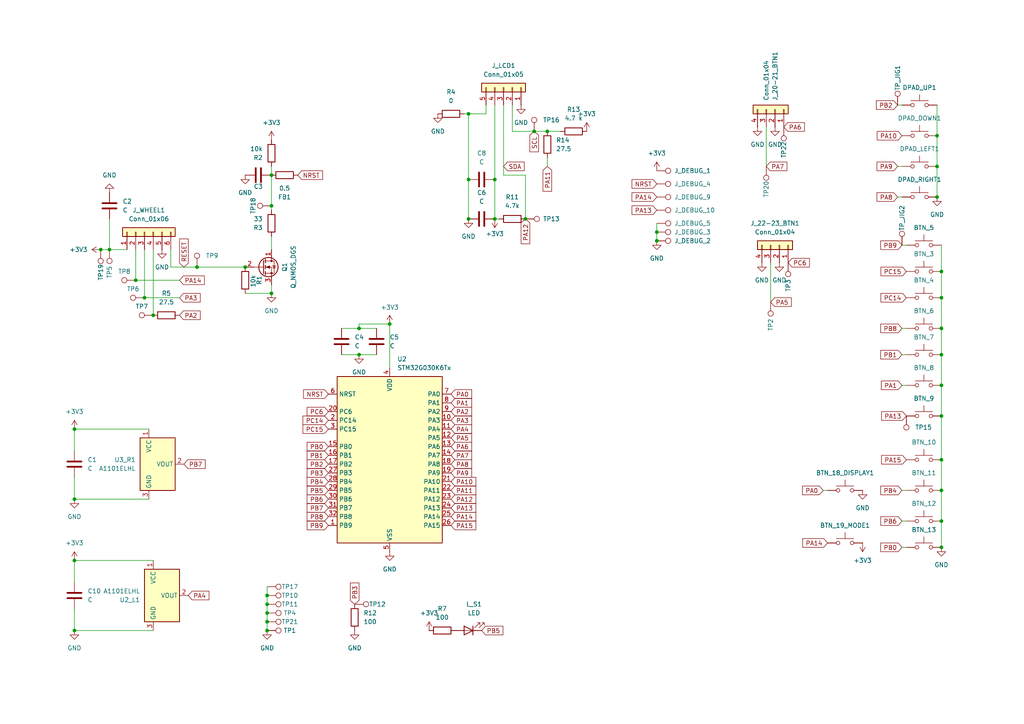
<source format=kicad_sch>
(kicad_sch (version 20231120) (generator "eeschema") (generator_version "8.0")
  (paper "A4")
  (lib_symbols
    (symbol "Connector:TestPoint" (pin_numbers hide) (pin_names (offset 0.762) hide)
      (property "Reference" "TP" (at 0 6.858 0))
      (property "Value" "TestPoint" (at 0 5.08 0))
      (symbol "TestPoint_1_1"
        (pin passive line (at 0 0 90) (length 2.54) (name "1") (number "1"))
      )
    )
    (symbol "Connector_Generic:Conn_01x04" (pin_names (offset 1.016) hide)
      (property "Reference" "J" (at 0 5.08 0))
      (property "Value" "Conn_01x04" (at 0 -7.62 0))
      (symbol "Conn_01x04_1_1"
        (pin passive line (at -5.08 2.54 0) (length 3.81) (name "Pin_1") (number "1"))
        (pin passive line (at -5.08 0 0) (length 3.81) (name "Pin_2") (number "2"))
        (pin passive line (at -5.08 -2.54 0) (length 3.81) (name "Pin_3") (number "3"))
        (pin passive line (at -5.08 -5.08 0) (length 3.81) (name "Pin_4") (number "4"))
      )
    )
    (symbol "Connector_Generic:Conn_01x05" (pin_names (offset 1.016) hide)
      (property "Reference" "J" (at 0 7.62 0))
      (property "Value" "Conn_01x05" (at 0 -7.62 0))
      (symbol "Conn_01x05_1_1"
        (pin passive line (at -5.08 5.08 0) (length 3.81) (name "Pin_1") (number "1"))
        (pin passive line (at -5.08 2.54 0) (length 3.81) (name "Pin_2") (number "2"))
        (pin passive line (at -5.08 0 0) (length 3.81) (name "Pin_3") (number "3"))
        (pin passive line (at -5.08 -2.54 0) (length 3.81) (name "Pin_4") (number "4"))
        (pin passive line (at -5.08 -5.08 0) (length 3.81) (name "Pin_5") (number "5"))
      )
    )
    (symbol "Connector_Generic:Conn_01x06" (pin_names (offset 1.016) hide)
      (property "Reference" "J" (at 0 7.62 0))
      (property "Value" "Conn_01x06" (at 0 -10.16 0))
      (symbol "Conn_01x06_1_1"
        (pin passive line (at -5.08 5.08 0) (length 3.81) (name "Pin_1") (number "1"))
        (pin passive line (at -5.08 2.54 0) (length 3.81) (name "Pin_2") (number "2"))
        (pin passive line (at -5.08 0 0) (length 3.81) (name "Pin_3") (number "3"))
        (pin passive line (at -5.08 -2.54 0) (length 3.81) (name "Pin_4") (number "4"))
        (pin passive line (at -5.08 -5.08 0) (length 3.81) (name "Pin_5") (number "5"))
        (pin passive line (at -5.08 -7.62 0) (length 3.81) (name "Pin_6") (number "6"))
      )
    )
    (symbol "Device:C" (pin_numbers hide) (pin_names (offset 0.254))
      (property "Reference" "C" (at 0.635 2.54 0))
      (property "Value" "C" (at 0.635 -2.54 0))
      (symbol "C_1_1"
        (pin passive line (at 0 3.81 270) (length 2.794) (name "~") (number "1"))
        (pin passive line (at 0 -3.81 90) (length 2.794) (name "~") (number "2"))
      )
    )
    (symbol "Device:LED" (pin_numbers hide) (pin_names (offset 1.016) hide)
      (property "Reference" "D" (at 0 2.54 0))
      (property "Value" "LED" (at 0 -2.54 0))
      (symbol "LED_1_1"
        (pin passive line (at -3.81 0 0) (length 2.54) (name "K") (number "1"))
        (pin passive line (at 3.81 0 180) (length 2.54) (name "A") (number "2"))
      )
    )
    (symbol "Device:Q_NMOS_DGS" (pin_names (offset 0) hide)
      (property "Reference" "Q" (at 5.08 1.27 0))
      (property "Value" "Q_NMOS_DGS" (at 5.08 -1.27 0))
      (symbol "Q_NMOS_DGS_1_1"
        (pin passive line (at 2.54 5.08 270) (length 2.54) (name "D") (number "1"))
        (pin input line (at -5.08 0 0) (length 2.54) (name "G") (number "2"))
        (pin passive line (at 2.54 -5.08 90) (length 2.54) (name "S") (number "3"))
      )
    )
    (symbol "Device:R" (pin_numbers hide) (pin_names (offset 0))
      (property "Reference" "R" (at 2.032 0 90))
      (property "Value" "R" (at 0 0 90))
      (symbol "R_1_1"
        (pin passive line (at 0 3.81 270) (length 1.27) (name "~") (number "1"))
        (pin passive line (at 0 -3.81 90) (length 1.27) (name "~") (number "2"))
      )
    )
    (symbol "New_Library:STM32G030K6Tx"
      (property "Reference" "U1" (at 2.1941 30.48 0))
      (property "Value" "STM32G030K6Tx" (at 2.1941 27.94 0))
      (symbol "STM32G030K6Tx_1_1"
        (pin bidirectional line (at -17.78 -17.78 0) (length 2.54) (name "PB9") (number "1"))
        (pin bidirectional line (at 17.78 12.7 180) (length 2.54) (name "PA3") (number "10"))
        (pin bidirectional line (at 17.78 10.16 180) (length 2.54) (name "PA4") (number "11"))
        (pin bidirectional line (at 17.78 7.62 180) (length 2.54) (name "PA5") (number "12"))
        (pin bidirectional line (at 17.78 5.08 180) (length 2.54) (name "PA6") (number "13"))
        (pin bidirectional line (at 17.78 2.54 180) (length 2.54) (name "PA7") (number "14"))
        (pin bidirectional line (at -17.78 5.08 0) (length 2.54) (name "PB0") (number "15"))
        (pin bidirectional line (at -17.78 2.54 0) (length 2.54) (name "PB1") (number "16"))
        (pin bidirectional line (at -17.78 0 0) (length 2.54) (name "PB2") (number "17"))
        (pin bidirectional line (at 17.78 0 180) (length 2.54) (name "PA8") (number "18"))
        (pin bidirectional line (at 17.78 -2.54 180) (length 2.54) (name "PA9") (number "19"))
        (pin bidirectional line (at -17.78 12.7 0) (length 2.54) (name "PC14") (number "2"))
        (pin bidirectional line (at -17.78 15.24 0) (length 2.54) (name "PC6") (number "20"))
        (pin bidirectional line (at 17.78 -5.08 180) (length 2.54) (name "PA10") (number "21"))
        (pin bidirectional line (at 17.78 -7.62 180) (length 2.54) (name "PA11") (number "22"))
        (pin bidirectional line (at 17.78 -10.16 180) (length 2.54) (name "PA12") (number "23"))
        (pin bidirectional line (at 17.78 -12.7 180) (length 2.54) (name "PA13") (number "24"))
        (pin bidirectional line (at 17.78 -15.24 180) (length 2.54) (name "PA14") (number "25"))
        (pin bidirectional line (at 17.78 -17.78 180) (length 2.54) (name "PA15") (number "26"))
        (pin bidirectional line (at -17.78 -2.54 0) (length 2.54) (name "PB3") (number "27"))
        (pin bidirectional line (at -17.78 -5.08 0) (length 2.54) (name "PB4") (number "28"))
        (pin bidirectional line (at -17.78 -7.62 0) (length 2.54) (name "PB5") (number "29"))
        (pin bidirectional line (at -17.78 10.16 0) (length 2.54) (name "PC15") (number "3"))
        (pin bidirectional line (at -17.78 -10.16 0) (length 2.54) (name "PB6") (number "30"))
        (pin bidirectional line (at -17.78 -12.7 0) (length 2.54) (name "PB7") (number "31"))
        (pin bidirectional line (at -17.78 -15.24 0) (length 2.54) (name "PB8") (number "32"))
        (pin power_in line (at 0 27.94 270) (length 2.54) (name "VDD") (number "4"))
        (pin power_in line (at 0 -25.4 90) (length 2.54) (name "VSS") (number "5"))
        (pin input line (at -17.78 20.32 0) (length 2.54) (name "NRST") (number "6"))
        (pin bidirectional line (at 17.78 20.32 180) (length 2.54) (name "PA0") (number "7"))
        (pin bidirectional line (at 17.78 17.78 180) (length 2.54) (name "PA1") (number "8"))
        (pin bidirectional line (at 17.78 15.24 180) (length 2.54) (name "PA2") (number "9"))
      )
    )
    (symbol "Sensor_Magnetic:A1101ELHL"
      (property "Reference" "U" (at 0 11.43 0))
      (property "Value" "A1101ELHL" (at 0 8.89 0))
      (symbol "A1101ELHL_1_1"
        (pin power_in line (at -2.54 10.16 270) (length 2.54) (name "VCC") (number "1"))
        (pin open_collector line (at 7.62 0 180) (length 2.54) (name "VOUT") (number "2"))
        (pin power_in line (at -2.54 -10.16 90) (length 2.54) (name "GND") (number "3"))
      )
    )
    (symbol "Switch:SW_Push" (pin_numbers hide) (pin_names (offset 1.016) hide)
      (property "Reference" "SW" (at 1.27 2.54 0))
      (property "Value" "SW_Push" (at 0 -1.524 0))
      (symbol "SW_Push_0_1"
        (pin passive line (at -5.08 0 0) (length 2.54) (name "1") (number "1"))
        (pin passive line (at 5.08 0 180) (length 2.54) (name "2") (number "2"))
      )
    )
    (symbol "power:+3V3" (power) (pin_numbers hide) (pin_names (offset 0) hide)
      (property "Value" "+3V3" (at 0 3.556 0))
      (symbol "+3V3_1_1"
        (pin power_in line (at 0 0 90) (length 0) (name "~") (number "1"))
      )
    )
    (symbol "power:GND" (power) (pin_numbers hide) (pin_names (offset 0) hide)
      (property "Value" "GND" (at 0 -3.81 0))
      (symbol "GND_1_1"
        (pin power_in line (at 0 0 270) (length 0) (name "~") (number "1"))
      )
    )
  )
  (junction (at 78.74 85.09))
  (junction (at 135.89 63.5))
  (junction (at 152.4 63.5))
  (junction (at 190.5 67.31))
  (junction (at 77.47 182.88))
  (junction (at 273.05 95.25))
  (junction (at 21.59 182.88))
  (junction (at 77.47 172.72))
  (junction (at 273.05 158.75))
  (junction (at 273.05 120.65))
  (junction (at 158.75 38.1))
  (junction (at 21.59 124.46))
  (junction (at 31.75 72.39))
  (junction (at 271.78 48.26))
  (junction (at 104.14 95.25))
  (junction (at 113.03 93.98))
  (junction (at 273.05 111.76))
  (junction (at 273.05 142.24))
  (junction (at 143.51 63.5))
  (junction (at 71.12 77.47))
  (junction (at 104.14 102.87))
  (junction (at 143.51 52.07))
  (junction (at 271.78 57.15))
  (junction (at 190.5 69.85))
  (junction (at 135.89 33.02))
  (junction (at 77.47 180.34))
  (junction (at 21.59 162.56))
  (junction (at 273.05 78.74))
  (junction (at 29.21 72.39))
  (junction (at 135.89 52.07))
  (junction (at 273.05 102.87))
  (junction (at 77.47 175.26))
  (junction (at 273.05 133.35))
  (junction (at 39.37 81.28))
  (junction (at 41.91 86.36))
  (junction (at 154.94 38.1))
  (junction (at 78.74 59.69))
  (junction (at 273.05 86.36))
  (junction (at 273.05 151.13))
  (junction (at 44.45 91.44))
  (junction (at 271.78 39.37))
  (junction (at 78.74 50.8))
  (junction (at 57.15 77.47))
  (junction (at 21.59 144.78))
  (junction (at 77.47 177.8))
  (wire (pts (xy 273.05 120.65) (xy 273.05 133.35)))
  (wire (pts (xy 135.89 33.02) (xy 140.97 33.02)))
  (wire (pts (xy 158.75 38.1) (xy 162.56 38.1)))
  (wire (pts (xy 21.59 144.78) (xy 43.18 144.78)))
  (wire (pts (xy 104.14 93.98) (xy 113.03 93.98)))
  (wire (pts (xy 78.74 50.8) (xy 78.74 59.69)))
  (wire (pts (xy 261.62 95.25) (xy 262.89 95.25)))
  (wire (pts (xy 146.05 50.8) (xy 152.4 50.8)))
  (wire (pts (xy 134.62 33.02) (xy 135.89 33.02)))
  (wire (pts (xy 261.62 111.76) (xy 262.89 111.76)))
  (wire (pts (xy 260.35 57.15) (xy 261.62 57.15)))
  (wire (pts (xy 21.59 182.88) (xy 21.59 176.53)))
  (wire (pts (xy 71.12 85.09) (xy 78.74 85.09)))
  (wire (pts (xy 135.89 33.02) (xy 135.89 52.07)))
  (wire (pts (xy 143.51 30.48) (xy 143.51 52.07)))
  (wire (pts (xy 271.78 39.37) (xy 271.78 48.26)))
  (wire (pts (xy 39.37 72.39) (xy 39.37 81.28)))
  (wire (pts (xy 77.47 175.26) (xy 77.47 177.8)))
  (wire (pts (xy 158.75 48.26) (xy 158.75 45.72)))
  (wire (pts (xy 271.78 30.48) (xy 271.78 39.37)))
  (wire (pts (xy 41.91 72.39) (xy 41.91 86.36)))
  (wire (pts (xy 140.97 33.02) (xy 140.97 30.48)))
  (wire (pts (xy 143.51 52.07) (xy 143.51 63.5)))
  (wire (pts (xy 273.05 86.36) (xy 273.05 95.25)))
  (wire (pts (xy 261.62 102.87) (xy 262.89 102.87)))
  (wire (pts (xy 261.62 151.13) (xy 262.89 151.13)))
  (wire (pts (xy 99.06 95.25) (xy 104.14 95.25)))
  (wire (pts (xy 148.59 38.1) (xy 154.94 38.1)))
  (wire (pts (xy 271.78 48.26) (xy 271.78 57.15)))
  (wire (pts (xy 104.14 95.25) (xy 109.22 95.25)))
  (wire (pts (xy 43.18 124.46) (xy 21.59 124.46)))
  (wire (pts (xy 31.75 72.39) (xy 36.83 72.39)))
  (wire (pts (xy 261.62 158.75) (xy 262.89 158.75)))
  (wire (pts (xy 238.76 142.24) (xy 240.03 142.24)))
  (wire (pts (xy 273.05 78.74) (xy 273.05 86.36)))
  (wire (pts (xy 49.53 77.47) (xy 57.15 77.47)))
  (wire (pts (xy 21.59 144.78) (xy 21.59 138.43)))
  (wire (pts (xy 154.94 38.1) (xy 158.75 38.1)))
  (wire (pts (xy 190.5 67.31) (xy 190.5 69.85)))
  (wire (pts (xy 273.05 102.87) (xy 273.05 111.76)))
  (wire (pts (xy 21.59 162.56) (xy 21.59 168.91)))
  (wire (pts (xy 223.52 76.2) (xy 223.52 87.63)))
  (wire (pts (xy 41.91 86.36) (xy 52.07 86.36)))
  (wire (pts (xy 152.4 50.8) (xy 152.4 63.5)))
  (wire (pts (xy 104.14 95.25) (xy 104.14 93.98)))
  (wire (pts (xy 44.45 72.39) (xy 44.45 91.44)))
  (wire (pts (xy 273.05 133.35) (xy 273.05 142.24)))
  (wire (pts (xy 273.05 111.76) (xy 273.05 120.65)))
  (wire (pts (xy 143.51 63.5) (xy 144.78 63.5)))
  (wire (pts (xy 261.62 71.12) (xy 262.89 71.12)))
  (wire (pts (xy 104.14 102.87) (xy 109.22 102.87)))
  (wire (pts (xy 77.47 177.8) (xy 77.47 180.34)))
  (wire (pts (xy 222.25 36.83) (xy 222.25 48.26)))
  (wire (pts (xy 261.62 142.24) (xy 262.89 142.24)))
  (wire (pts (xy 273.05 95.25) (xy 273.05 102.87)))
  (wire (pts (xy 21.59 162.56) (xy 44.45 162.56)))
  (wire (pts (xy 78.74 68.58) (xy 78.74 72.39)))
  (wire (pts (xy 78.74 85.09) (xy 78.74 82.55)))
  (wire (pts (xy 77.47 172.72) (xy 77.47 175.26)))
  (wire (pts (xy 78.74 60.96) (xy 78.74 59.69)))
  (wire (pts (xy 273.05 142.24) (xy 273.05 151.13)))
  (wire (pts (xy 21.59 182.88) (xy 44.45 182.88)))
  (wire (pts (xy 78.74 48.26) (xy 78.74 50.8)))
  (wire (pts (xy 49.53 72.39) (xy 49.53 77.47)))
  (wire (pts (xy 113.03 106.68) (xy 113.03 93.98)))
  (wire (pts (xy 29.21 72.39) (xy 31.75 72.39)))
  (wire (pts (xy 39.37 81.28) (xy 52.07 81.28)))
  (wire (pts (xy 146.05 30.48) (xy 146.05 50.8)))
  (wire (pts (xy 57.15 77.47) (xy 71.12 77.47)))
  (wire (pts (xy 135.89 52.07) (xy 135.89 63.5)))
  (wire (pts (xy 99.06 102.87) (xy 104.14 102.87)))
  (wire (pts (xy 31.75 63.5) (xy 31.75 72.39)))
  (wire (pts (xy 77.47 180.34) (xy 77.47 182.88)))
  (wire (pts (xy 273.05 71.12) (xy 273.05 78.74)))
  (wire (pts (xy 260.35 30.48) (xy 261.62 30.48)))
  (wire (pts (xy 190.5 64.77) (xy 190.5 67.31)))
  (wire (pts (xy 148.59 30.48) (xy 148.59 38.1)))
  (wire (pts (xy 21.59 124.46) (xy 21.59 130.81)))
  (wire (pts (xy 77.47 170.18) (xy 77.47 172.72)))
  (wire (pts (xy 260.35 48.26) (xy 261.62 48.26)))
  (wire (pts (xy 273.05 151.13) (xy 273.05 158.75)))
  (global_label "PA11" (shape input) (at 130.81 142.24 0) (property "Intersheetrefs" "${INTERSHEET_REFS}" (effects (hide yes))))
  (global_label "PA10" (shape input) (at 130.81 139.7 0) (property "Intersheetrefs" "${INTERSHEET_REFS}" (effects (hide yes))))
  (global_label "PB2" (shape input) (at 95.25 134.62 180) (property "Intersheetrefs" "${INTERSHEET_REFS}" (effects (hide yes))))
  (global_label "SCL" (shape input) (at 154.94 38.1 270) (property "Intersheetrefs" "${INTERSHEET_REFS}" (effects (hide yes))))
  (global_label "PB6" (shape input) (at 261.62 151.13 180) (property "Intersheetrefs" "${INTERSHEET_REFS}" (effects (hide yes))))
  (global_label "PB3" (shape input) (at 102.87 175.26 90) (property "Intersheetrefs" "${INTERSHEET_REFS}" (effects (hide yes))))
  (global_label "PA4" (shape input) (at 54.61 172.72 0) (property "Intersheetrefs" "${INTERSHEET_REFS}" (effects (hide yes))))
  (global_label "PA13" (shape input) (at 130.81 147.32 0) (property "Intersheetrefs" "${INTERSHEET_REFS}" (effects (hide yes))))
  (global_label "PA5" (shape input) (at 223.52 87.63 0) (property "Intersheetrefs" "${INTERSHEET_REFS}" (effects (hide yes))))
  (global_label "PB8" (shape input) (at 261.62 95.25 180) (property "Intersheetrefs" "${INTERSHEET_REFS}" (effects (hide yes))))
  (global_label "PA8" (shape input) (at 130.81 134.62 0) (property "Intersheetrefs" "${INTERSHEET_REFS}" (effects (hide yes))))
  (global_label "PA1" (shape input) (at 130.81 116.84 0) (property "Intersheetrefs" "${INTERSHEET_REFS}" (effects (hide yes))))
  (global_label "PA14" (shape input) (at 190.5 57.15 180) (property "Intersheetrefs" "${INTERSHEET_REFS}" (effects (hide yes))))
  (global_label "SDA" (shape input) (at 146.05 48.26 0) (property "Intersheetrefs" "${INTERSHEET_REFS}" (effects (hide yes))))
  (global_label "PB3" (shape input) (at 95.25 137.16 180) (property "Intersheetrefs" "${INTERSHEET_REFS}" (effects (hide yes))))
  (global_label "PA12" (shape input) (at 130.81 144.78 0) (property "Intersheetrefs" "${INTERSHEET_REFS}" (effects (hide yes))))
  (global_label "PA7" (shape input) (at 130.81 132.08 0) (property "Intersheetrefs" "${INTERSHEET_REFS}" (effects (hide yes))))
  (global_label "PA7" (shape input) (at 222.25 48.26 0) (property "Intersheetrefs" "${INTERSHEET_REFS}" (effects (hide yes))))
  (global_label "PA14" (shape input) (at 52.07 81.28 0) (property "Intersheetrefs" "${INTERSHEET_REFS}" (effects (hide yes))))
  (global_label "PB5" (shape input) (at 95.25 142.24 180) (property "Intersheetrefs" "${INTERSHEET_REFS}" (effects (hide yes))))
  (global_label "PB6" (shape input) (at 95.25 144.78 180) (property "Intersheetrefs" "${INTERSHEET_REFS}" (effects (hide yes))))
  (global_label "PA3" (shape input) (at 130.81 121.92 0) (property "Intersheetrefs" "${INTERSHEET_REFS}" (effects (hide yes))))
  (global_label "PA0" (shape input) (at 130.81 114.3 0) (property "Intersheetrefs" "${INTERSHEET_REFS}" (effects (hide yes))))
  (global_label "PA15" (shape input) (at 262.89 133.35 180) (property "Intersheetrefs" "${INTERSHEET_REFS}" (effects (hide yes))))
  (global_label "PA4" (shape input) (at 130.81 124.46 0) (property "Intersheetrefs" "${INTERSHEET_REFS}" (effects (hide yes))))
  (global_label "PA14" (shape input) (at 240.03 157.48 180) (property "Intersheetrefs" "${INTERSHEET_REFS}" (effects (hide yes))))
  (global_label "PB9" (shape input) (at 261.62 71.12 180) (property "Intersheetrefs" "${INTERSHEET_REFS}" (effects (hide yes))))
  (global_label "PC14" (shape input) (at 262.89 86.36 180) (property "Intersheetrefs" "${INTERSHEET_REFS}" (effects (hide yes))))
  (global_label "PA6" (shape input) (at 227.33 36.83 0) (property "Intersheetrefs" "${INTERSHEET_REFS}" (effects (hide yes))))
  (global_label "PA13" (shape input) (at 190.5 60.96 180) (property "Intersheetrefs" "${INTERSHEET_REFS}" (effects (hide yes))))
  (global_label "PB0" (shape input) (at 261.62 158.75 180) (property "Intersheetrefs" "${INTERSHEET_REFS}" (effects (hide yes))))
  (global_label "PB8" (shape input) (at 95.25 149.86 180) (property "Intersheetrefs" "${INTERSHEET_REFS}" (effects (hide yes))))
  (global_label "PB2" (shape input) (at 260.35 30.48 180) (property "Intersheetrefs" "${INTERSHEET_REFS}" (effects (hide yes))))
  (global_label "PA15" (shape input) (at 130.81 152.4 0) (property "Intersheetrefs" "${INTERSHEET_REFS}" (effects (hide yes))))
  (global_label "PC15" (shape input) (at 262.89 78.74 180) (property "Intersheetrefs" "${INTERSHEET_REFS}" (effects (hide yes))))
  (global_label "PA12" (shape input) (at 152.4 63.5 270) (property "Intersheetrefs" "${INTERSHEET_REFS}" (effects (hide yes))))
  (global_label "PB4" (shape input) (at 95.25 139.7 180) (property "Intersheetrefs" "${INTERSHEET_REFS}" (effects (hide yes))))
  (global_label "NRST" (shape input) (at 190.5 53.34 180) (property "Intersheetrefs" "${INTERSHEET_REFS}" (effects (hide yes))))
  (global_label "PC6" (shape input) (at 228.6 76.2 0) (property "Intersheetrefs" "${INTERSHEET_REFS}" (effects (hide yes))))
  (global_label "PA9" (shape input) (at 130.81 137.16 0) (property "Intersheetrefs" "${INTERSHEET_REFS}" (effects (hide yes))))
  (global_label "PB5" (shape input) (at 139.7 182.88 0) (property "Intersheetrefs" "${INTERSHEET_REFS}" (effects (hide yes))))
  (global_label "PA5" (shape input) (at 130.81 127 0) (property "Intersheetrefs" "${INTERSHEET_REFS}" (effects (hide yes))))
  (global_label "PA2" (shape input) (at 130.81 119.38 0) (property "Intersheetrefs" "${INTERSHEET_REFS}" (effects (hide yes))))
  (global_label "PA10" (shape input) (at 261.62 39.37 180) (property "Intersheetrefs" "${INTERSHEET_REFS}" (effects (hide yes))))
  (global_label "PB4" (shape input) (at 261.62 142.24 180) (property "Intersheetrefs" "${INTERSHEET_REFS}" (effects (hide yes))))
  (global_label "RESET" (shape input) (at 53.34 77.47 90) (property "Intersheetrefs" "${INTERSHEET_REFS}" (effects (hide yes))))
  (global_label "PA13" (shape input) (at 262.89 120.65 180) (property "Intersheetrefs" "${INTERSHEET_REFS}" (effects (hide yes))))
  (global_label "PC6" (shape input) (at 95.25 119.38 180) (property "Intersheetrefs" "${INTERSHEET_REFS}" (effects (hide yes))))
  (global_label "PA14" (shape input) (at 130.81 149.86 0) (property "Intersheetrefs" "${INTERSHEET_REFS}" (effects (hide yes))))
  (global_label "PB7" (shape input) (at 95.25 147.32 180) (property "Intersheetrefs" "${INTERSHEET_REFS}" (effects (hide yes))))
  (global_label "PA1" (shape input) (at 261.62 111.76 180) (property "Intersheetrefs" "${INTERSHEET_REFS}" (effects (hide yes))))
  (global_label "PB1" (shape input) (at 95.25 132.08 180) (property "Intersheetrefs" "${INTERSHEET_REFS}" (effects (hide yes))))
  (global_label "NRST" (shape input) (at 95.25 114.3 180) (property "Intersheetrefs" "${INTERSHEET_REFS}" (effects (hide yes))))
  (global_label "PB9" (shape input) (at 95.25 152.4 180) (property "Intersheetrefs" "${INTERSHEET_REFS}" (effects (hide yes))))
  (global_label "PA9" (shape input) (at 260.35 48.26 180) (property "Intersheetrefs" "${INTERSHEET_REFS}" (effects (hide yes))))
  (global_label "PC15" (shape input) (at 95.25 124.46 180) (property "Intersheetrefs" "${INTERSHEET_REFS}" (effects (hide yes))))
  (global_label "PB7" (shape input) (at 53.34 134.62 0) (property "Intersheetrefs" "${INTERSHEET_REFS}" (effects (hide yes))))
  (global_label "PA2" (shape input) (at 52.07 91.44 0) (property "Intersheetrefs" "${INTERSHEET_REFS}" (effects (hide yes))))
  (global_label "PA0" (shape input) (at 238.76 142.24 180) (property "Intersheetrefs" "${INTERSHEET_REFS}" (effects (hide yes))))
  (global_label "PA3" (shape input) (at 52.07 86.36 0) (property "Intersheetrefs" "${INTERSHEET_REFS}" (effects (hide yes))))
  (global_label "PB1" (shape input) (at 261.62 102.87 180) (property "Intersheetrefs" "${INTERSHEET_REFS}" (effects (hide yes))))
  (global_label "PC14" (shape input) (at 95.25 121.92 180) (property "Intersheetrefs" "${INTERSHEET_REFS}" (effects (hide yes))))
  (global_label "NRST" (shape input) (at 86.36 50.8 0) (property "Intersheetrefs" "${INTERSHEET_REFS}" (effects (hide yes))))
  (global_label "PA11" (shape input) (at 158.75 48.26 270) (property "Intersheetrefs" "${INTERSHEET_REFS}" (effects (hide yes))))
  (global_label "PA6" (shape input) (at 130.81 129.54 0) (property "Intersheetrefs" "${INTERSHEET_REFS}" (effects (hide yes))))
  (global_label "PB0" (shape input) (at 95.25 129.54 180) (property "Intersheetrefs" "${INTERSHEET_REFS}" (effects (hide yes))))
  (global_label "PA8" (shape input) (at 260.35 57.15 180) (property "Intersheetrefs" "${INTERSHEET_REFS}" (effects (hide yes))))
  (symbol (lib_id "Device:R") (at 148.59 63.5 90) (unit 1)
    (property "Reference" "R11" (at 148.59 57.15 90))
    (property "Value" "4.7k" (at 148.59 59.69 90))
    (property "Footprint" "Resistor_SMD:R_0402_1005Metric_Pad0.72x0.64mm_HandSolder" (effects (hide yes)))
    (property "Description" "Resistor" (effects (hide yes)))
  )
  (symbol (lib_id "Connector:TestPoint") (at 77.47 175.26 270) (unit 1)
    (property "Reference" "TP11" (at 84.074 175.26 90))
    (property "Value" "TestPoint" (effects (hide yes)))
    (property "Footprint" "TestPoint:TestPoint_Pad_D1.5mm" (effects (hide yes)))
    (property "Description" "test point" (effects (hide yes)))
  )
  (symbol (lib_id "Connector:TestPoint") (at 190.5 60.96 270) (unit 1)
    (property "Reference" "J_DEBUG_10" (at 195.58 60.9599 90) (effects (justify left)))
    (property "Value" "TestPoint" (effects (hide yes)))
    (property "Footprint" "TestPoint:TestPoint_Keystone_5015_Micro-Minature" (effects (hide yes)))
    (property "Description" "test point" (effects (hide yes)))
  )
  (symbol (lib_id "Connector:TestPoint") (at 41.91 86.36 90) (unit 1)
    (property "Reference" "TP6" (at 38.608 83.82 90))
    (property "Value" "TestPoint" (effects (hide yes)))
    (property "Footprint" "TestPoint:TestPoint_Pad_D1.5mm" (effects (hide yes)))
    (property "Description" "test point" (effects (hide yes)))
  )
  (symbol (lib_id "power:GND") (at 151.13 30.48 0) (unit 1)
    (property "Reference" "#PWR08" (effects (hide yes)))
    (property "Value" "GND" (at 151.13 35.56 0))
    (property "Description" "Power symbol creates a global label with name \"GND\" , ground" (effects (hide yes)))
  )
  (symbol (lib_id "Connector:TestPoint") (at 44.45 91.44 90) (unit 1)
    (property "Reference" "TP7" (at 41.148 88.9 90))
    (property "Value" "TestPoint" (effects (hide yes)))
    (property "Footprint" "TestPoint:TestPoint_Pad_D1.5mm" (effects (hide yes)))
    (property "Description" "test point" (effects (hide yes)))
  )
  (symbol (lib_id "Connector:TestPoint") (at 102.87 175.26 270) (unit 1)
    (property "Reference" "TP12" (at 109.474 175.26 90))
    (property "Value" "TestPoint" (effects (hide yes)))
    (property "Footprint" "TestPoint:TestPoint_Pad_D1.5mm" (effects (hide yes)))
    (property "Description" "test point" (effects (hide yes)))
  )
  (symbol (lib_id "Connector_Generic:Conn_01x04") (at 224.79 31.75 270) (mirror x) (unit 1)
    (property "Reference" "J_20-21_BTN1" (at 224.7901 29.21 0) (effects (justify left)))
    (property "Value" "Conn_01x04" (at 222.2501 29.21 0) (effects (justify left)))
    (property "Footprint" "Connector_Molex:Molex_PicoBlade_53261-0471_1x04-1MP_P1.25mm_Horizontal" (effects (hide yes)))
    (property "Description" "Generic connector, single row, 01x04, script generated (kicad-library-utils/schlib/autogen/connector/)" (effects (hide yes)))
  )
  (symbol (lib_id "Connector:TestPoint") (at 190.5 64.77 270) (unit 1)
    (property "Reference" "J_DEBUG_5" (at 195.58 64.7699 90) (effects (justify left)))
    (property "Value" "TestPoint" (effects (hide yes)))
    (property "Footprint" "TestPoint:TestPoint_Keystone_5015_Micro-Minature" (effects (hide yes)))
    (property "Description" "test point" (effects (hide yes)))
  )
  (symbol (lib_id "power:GND") (at 219.71 36.83 0) (unit 1)
    (property "Reference" "#PWR03" (effects (hide yes)))
    (property "Value" "GND" (at 219.71 41.91 0))
    (property "Description" "Power symbol creates a global label with name \"GND\" , ground" (effects (hide yes)))
  )
  (symbol (lib_id "power:GND") (at 21.59 144.78 0) (unit 1)
    (property "Reference" "#PWR035" (effects (hide yes)))
    (property "Value" "GND" (at 21.59 149.86 0))
    (property "Description" "Power symbol creates a global label with name \"GND\" , ground" (effects (hide yes)))
  )
  (symbol (lib_id "power:+3V3") (at 113.03 93.98 0) (unit 1)
    (property "Reference" "#PWR017" (effects (hide yes)))
    (property "Value" "+3V3" (at 113.03 89.154 0))
    (property "Description" "Power symbol creates a global label with name \"+3V3\"" (effects (hide yes)))
  )
  (symbol (lib_id "power:GND") (at 250.19 142.24 0) (unit 1)
    (property "Reference" "#PWR031" (effects (hide yes)))
    (property "Value" "GND" (at 250.19 147.32 0))
    (property "Description" "Power symbol creates a global label with name \"GND\" , ground" (effects (hide yes)))
  )
  (symbol (lib_id "Switch:SW_Push") (at 267.97 78.74 0) (unit 1)
    (property "Reference" "BTN_3" (at 267.97 73.66 0))
    (property "Value" "SW_Push" (effects (hide yes)))
    (property "Footprint" "Button_Switch_SMD:Rubberdome PCB Steering Wheel" (effects (hide yes)))
    (property "Description" "Push button switch, generic, two pins" (effects (hide yes)))
  )
  (symbol (lib_id "Connector:TestPoint") (at 190.5 57.15 270) (unit 1)
    (property "Reference" "J_DEBUG_9" (at 195.58 57.1499 90) (effects (justify left)))
    (property "Value" "TestPoint" (effects (hide yes)))
    (property "Footprint" "TestPoint:TestPoint_Pad_1.0x1.0mm" (effects (hide yes)))
    (property "Description" "test point" (effects (hide yes)))
  )
  (symbol (lib_id "Device:R") (at 102.87 179.07 0) (unit 1)
    (property "Reference" "R12" (at 105.41 177.7999 0) (effects (justify left)))
    (property "Value" "100" (at 105.41 180.3399 0) (effects (justify left)))
    (property "Footprint" "Resistor_SMD:R_0603_1608Metric_Pad0.98x0.95mm_HandSolder" (effects (hide yes)))
    (property "Description" "Resistor" (effects (hide yes)))
  )
  (symbol (lib_id "Device:C") (at 139.7 63.5 90) (unit 1)
    (property "Reference" "C6" (at 139.7 55.88 90))
    (property "Value" "C" (at 139.7 58.42 90))
    (property "Footprint" "Capacitor_SMD:C_0402_1005Metric_Pad0.74x0.62mm_HandSolder" (effects (hide yes)))
    (property "Description" "Unpolarized capacitor" (effects (hide yes)))
  )
  (symbol (lib_id "Switch:SW_Push") (at 245.11 142.24 0) (unit 1)
    (property "Reference" "BTN_18_DISPLAY1" (at 245.11 137.16 0))
    (property "Value" "SW_Push" (effects (hide yes)))
    (property "Footprint" "Button_Switch_SMD:Rubberdome PCB Steering Wheel" (effects (hide yes)))
    (property "Description" "Push button switch, generic, two pins" (effects (hide yes)))
  )
  (symbol (lib_id "power:GND") (at 31.75 55.88 180) (unit 1)
    (property "Reference" "#PWR022" (effects (hide yes)))
    (property "Value" "GND" (at 31.75 50.8 0))
    (property "Description" "Power symbol creates a global label with name \"GND\" , ground" (effects (hide yes)))
  )
  (symbol (lib_id "Switch:SW_Push") (at 267.97 133.35 0) (unit 1)
    (property "Reference" "BTN_10" (at 267.97 128.27 0))
    (property "Value" "SW_Push" (effects (hide yes)))
    (property "Footprint" "Button_Switch_SMD:Rubberdome PCB Steering Wheel" (effects (hide yes)))
    (property "Description" "Push button switch, generic, two pins" (effects (hide yes)))
  )
  (symbol (lib_id "Connector:TestPoint") (at 260.35 30.48 0) (unit 1)
    (property "Reference" "TP_JIG1" (at 260.35 22.606 90))
    (property "Value" "TestPoint" (effects (hide yes)))
    (property "Footprint" "TestPoint:TestPoint_Pad_D1.5mm" (effects (hide yes)))
    (property "Description" "test point" (effects (hide yes)))
  )
  (symbol (lib_id "power:+3V3") (at 78.74 40.64 0) (unit 1)
    (property "Reference" "#PWR019" (effects (hide yes)))
    (property "Value" "+3V3" (at 78.74 35.56 0))
    (property "Description" "Power symbol creates a global label with name \"+3V3\"" (effects (hide yes)))
  )
  (symbol (lib_id "Connector:TestPoint") (at 262.89 120.65 180) (unit 1)
    (property "Reference" "TP15" (at 265.43 123.9519 0) (effects (justify right)))
    (property "Value" "TestPoint" (effects (hide yes)))
    (property "Footprint" "TestPoint:TestPoint_Pad_D1.5mm" (effects (hide yes)))
    (property "Description" "test point" (effects (hide yes)))
  )
  (symbol (lib_id "Device:R") (at 130.81 33.02 90) (unit 1)
    (property "Reference" "R4" (at 130.81 26.67 90))
    (property "Value" "0" (at 130.81 29.21 90))
    (property "Footprint" "Resistor_SMD:R_0603_1608Metric_Pad0.98x0.95mm_HandSolder" (effects (hide yes)))
    (property "Description" "Resistor" (effects (hide yes)))
  )
  (symbol (lib_id "power:+3V3") (at 190.5 49.53 0) (unit 1)
    (property "Reference" "#PWR011" (effects (hide yes)))
    (property "Value" "+3V3" (at 190.5 44.45 0))
    (property "Description" "Power symbol creates a global label with name \"+3V3\"" (effects (hide yes)))
  )
  (symbol (lib_id "Connector:TestPoint") (at 31.75 72.39 180) (unit 1)
    (property "Reference" "TP5" (at 31.75 80.772 90) (effects (justify right)))
    (property "Value" "TestPoint" (effects (hide yes)))
    (property "Footprint" "TestPoint:TestPoint_Pad_D1.5mm" (effects (hide yes)))
    (property "Description" "test point" (effects (hide yes)))
  )
  (symbol (lib_id "power:GND") (at 127 33.02 0) (unit 1)
    (property "Reference" "#PWR016" (effects (hide yes)))
    (property "Value" "GND" (at 127 38.1 0))
    (property "Description" "Power symbol creates a global label with name \"GND\" , ground" (effects (hide yes)))
  )
  (symbol (lib_id "Sensor_Magnetic:A1101ELHL") (at 46.99 172.72 0) (unit 1)
    (property "Reference" "U2_L1" (at 40.64 173.9901 0) (effects (justify right)))
    (property "Value" "A1101ELHL" (at 40.64 171.4501 0) (effects (justify right)))
    (property "Footprint" "Package_TO_SOT_SMD:SOT-23W" (effects (hide yes)))
    (property "Datasheet" "https://www.allegromicro.com/-/media/files/datasheets/a110x-datasheet.ashx" (effects (hide yes)))
    (property "Description" "Hall effect switch, unipolar, Bop=100G, Brp=45G, -40C to +85C, SOT-23W" (effects (hide yes)))
  )
  (symbol (lib_id "Device:R") (at 78.74 44.45 180) (unit 1)
    (property "Reference" "R2" (at 76.2 45.7201 0) (effects (justify left)))
    (property "Value" "10k" (at 76.2 43.1801 0) (effects (justify left)))
    (property "Footprint" "Resistor_SMD:R_0402_1005Metric_Pad0.72x0.64mm_HandSolder" (effects (hide yes)))
    (property "Description" "Resistor" (effects (hide yes)))
  )
  (symbol (lib_id "Connector:TestPoint") (at 222.25 48.26 180) (unit 1)
    (property "Reference" "TP20" (at 222.25 54.864 90))
    (property "Value" "TestPoint" (effects (hide yes)))
    (property "Footprint" "TestPoint:TestPoint_Pad_D1.5mm" (effects (hide yes)))
    (property "Description" "test point" (effects (hide yes)))
  )
  (symbol (lib_id "power:GND") (at 224.79 36.83 0) (unit 1)
    (property "Reference" "#PWR04" (effects (hide yes)))
    (property "Value" "GND" (at 224.79 41.91 0))
    (property "Description" "Power symbol creates a global label with name \"GND\" , ground" (effects (hide yes)))
  )
  (symbol (lib_id "Connector:TestPoint") (at 78.74 59.69 90) (unit 1)
    (property "Reference" "TP18" (at 73.406 59.69 0))
    (property "Value" "TestPoint" (effects (hide yes)))
    (property "Footprint" "TestPoint:TestPoint_Pad_D1.5mm" (effects (hide yes)))
    (property "Description" "test point" (effects (hide yes)))
  )
  (symbol (lib_id "power:GND") (at 273.05 158.75 0) (unit 1)
    (property "Reference" "#PWR025" (effects (hide yes)))
    (property "Value" "GND" (at 273.05 163.83 0))
    (property "Description" "Power symbol creates a global label with name \"GND\" , ground" (effects (hide yes)))
  )
  (symbol (lib_id "Switch:SW_Push") (at 267.97 158.75 0) (unit 1)
    (property "Reference" "BTN_13" (at 267.97 153.67 0))
    (property "Value" "SW_Push" (effects (hide yes)))
    (property "Footprint" "Button_Switch_SMD:Rubberdome PCB Steering Wheel" (effects (hide yes)))
    (property "Description" "Push button switch, generic, two pins" (effects (hide yes)))
  )
  (symbol (lib_id "Switch:SW_Push") (at 266.7 57.15 0) (unit 1)
    (property "Reference" "DPAD_RIGHT1" (at 266.7 52.07 0))
    (property "Value" "SW_Push" (effects (hide yes)))
    (property "Footprint" "Button_Switch_SMD:Rubberdome PCB Steering Wheel" (effects (hide yes)))
    (property "Description" "Push button switch, generic, two pins" (effects (hide yes)))
  )
  (symbol (lib_id "Device:R") (at 48.26 91.44 90) (unit 1)
    (property "Reference" "R5" (at 48.26 85.09 90))
    (property "Value" "27.5" (at 48.26 87.63 90))
    (property "Footprint" "Resistor_SMD:R_0402_1005Metric_Pad0.72x0.64mm_HandSolder" (effects (hide yes)))
    (property "Description" "Resistor" (effects (hide yes)))
  )
  (symbol (lib_id "Connector:TestPoint") (at 190.5 49.53 270) (unit 1)
    (property "Reference" "J_DEBUG_1" (at 195.58 49.5299 90) (effects (justify left)))
    (property "Value" "TestPoint" (effects (hide yes)))
    (property "Footprint" "TestPoint:TestPoint_Keystone_5015_Micro-Minature" (effects (hide yes)))
    (property "Description" "test point" (effects (hide yes)))
  )
  (symbol (lib_id "Connector:TestPoint") (at 190.5 69.85 270) (unit 1)
    (property "Reference" "J_DEBUG_2" (at 195.58 69.8499 90) (effects (justify left)))
    (property "Value" "TestPoint" (effects (hide yes)))
    (property "Footprint" "TestPoint:TestPoint_Pad_1.0x1.0mm" (effects (hide yes)))
    (property "Description" "test point" (effects (hide yes)))
  )
  (symbol (lib_id "Switch:SW_Push") (at 267.97 120.65 0) (unit 1)
    (property "Reference" "BTN_9" (at 267.97 115.57 0))
    (property "Value" "SW_Push" (effects (hide yes)))
    (property "Footprint" "Button_Switch_SMD:Rubberdome PCB Steering Wheel" (effects (hide yes)))
    (property "Description" "Push button switch, generic, two pins" (effects (hide yes)))
  )
  (symbol (lib_id "Connector:TestPoint") (at 77.47 177.8 270) (unit 1)
    (property "Reference" "TP4" (at 84.074 177.8 90))
    (property "Value" "TestPoint" (effects (hide yes)))
    (property "Footprint" "TestPoint:TestPoint_Pad_D1.5mm" (effects (hide yes)))
    (property "Description" "test point" (effects (hide yes)))
  )
  (symbol (lib_id "power:GND") (at 220.98 76.2 0) (unit 1)
    (property "Reference" "#PWR01" (effects (hide yes)))
    (property "Value" "GND" (at 220.98 81.28 0))
    (property "Description" "Power symbol creates a global label with name \"GND\" , ground" (effects (hide yes)))
  )
  (symbol (lib_id "power:+3V3") (at 21.59 162.56 0) (unit 1)
    (property "Reference" "#PWR038" (effects (hide yes)))
    (property "Value" "+3V3" (at 21.59 157.48 0))
    (property "Description" "Power symbol creates a global label with name \"+3V3\"" (effects (hide yes)))
  )
  (symbol (lib_id "Switch:SW_Push") (at 266.7 39.37 0) (unit 1)
    (property "Reference" "DPAD_DOWN1" (at 266.7 34.29 0))
    (property "Value" "SW_Push" (effects (hide yes)))
    (property "Footprint" "Button_Switch_SMD:Rubberdome PCB Steering Wheel" (effects (hide yes)))
    (property "Description" "Push button switch, generic, two pins" (effects (hide yes)))
  )
  (symbol (lib_id "power:GND") (at 78.74 85.09 0) (unit 1)
    (property "Reference" "#PWR021" (effects (hide yes)))
    (property "Value" "GND" (at 78.74 90.17 0))
    (property "Description" "Power symbol creates a global label with name \"GND\" , ground" (effects (hide yes)))
  )
  (symbol (lib_id "power:+3V3") (at 124.46 182.88 0) (unit 1)
    (property "Reference" "#PWR013" (effects (hide yes)))
    (property "Value" "+3V3" (at 124.46 177.8 0))
    (property "Description" "Power symbol creates a global label with name \"+3V3\"" (effects (hide yes)))
  )
  (symbol (lib_id "power:+3V3") (at 29.21 72.39 90) (unit 1)
    (property "Reference" "#PWR010" (effects (hide yes)))
    (property "Value" "+3V3" (at 25.4 72.3899 90) (effects (justify left)))
    (property "Description" "Power symbol creates a global label with name \"+3V3\"" (effects (hide yes)))
  )
  (symbol (lib_id "Switch:SW_Push") (at 267.97 142.24 0) (unit 1)
    (property "Reference" "BTN_11" (at 267.97 137.16 0))
    (property "Value" "SW_Push" (effects (hide yes)))
    (property "Footprint" "Button_Switch_SMD:Rubberdome PCB Steering Wheel" (effects (hide yes)))
    (property "Description" "Push button switch, generic, two pins" (effects (hide yes)))
  )
  (symbol (lib_id "Connector_Generic:Conn_01x04") (at 226.06 71.12 270) (mirror x) (unit 1)
    (property "Reference" "J_22-23_BTN1" (at 224.79 64.77 90))
    (property "Value" "Conn_01x04" (at 224.79 67.31 90))
    (property "Footprint" "Connector_Molex:Molex_PicoBlade_53261-0471_1x04-1MP_P1.25mm_Horizontal" (effects (hide yes)))
    (property "Description" "Generic connector, single row, 01x04, script generated (kicad-library-utils/schlib/autogen/connector/)" (effects (hide yes)))
  )
  (symbol (lib_id "Device:R") (at 82.55 50.8 270) (unit 1)
    (property "Reference" "FB1" (at 82.55 57.15 90))
    (property "Value" "0.5" (at 82.55 54.61 90))
    (property "Footprint" "Resistor_SMD:R_0402_1005Metric_Pad0.72x0.64mm_HandSolder" (effects (hide yes)))
    (property "Description" "Resistor" (effects (hide yes)))
  )
  (symbol (lib_id "power:GND") (at 190.5 69.85 0) (unit 1)
    (property "Reference" "#PWR07" (effects (hide yes)))
    (property "Value" "GND" (at 190.5 74.93 0))
    (property "Description" "Power symbol creates a global label with name \"GND\" , ground" (effects (hide yes)))
  )
  (symbol (lib_id "Switch:SW_Push") (at 267.97 151.13 0) (unit 1)
    (property "Reference" "BTN_12" (at 267.97 146.05 0))
    (property "Value" "SW_Push" (effects (hide yes)))
    (property "Footprint" "Button_Switch_SMD:Rubberdome PCB Steering Wheel" (effects (hide yes)))
    (property "Description" "Push button switch, generic, two pins" (effects (hide yes)))
  )
  (symbol (lib_id "Connector:TestPoint") (at 77.47 170.18 270) (unit 1)
    (property "Reference" "TP17" (at 84.074 170.18 90))
    (property "Value" "TestPoint" (effects (hide yes)))
    (property "Footprint" "TestPoint:TestPoint_Pad_D1.5mm" (effects (hide yes)))
    (property "Description" "test point" (effects (hide yes)))
  )
  (symbol (lib_id "Connector:TestPoint") (at 29.21 72.39 180) (unit 1)
    (property "Reference" "TP19" (at 29.21 78.994 90))
    (property "Value" "TestPoint" (effects (hide yes)))
    (property "Footprint" "TestPoint:TestPoint_Pad_D1.5mm" (effects (hide yes)))
    (property "Description" "test point" (effects (hide yes)))
  )
  (symbol (lib_id "Switch:SW_Push") (at 266.7 30.48 0) (unit 1)
    (property "Reference" "DPAD_UP1" (at 266.7 25.4 0))
    (property "Value" "SW_Push" (effects (hide yes)))
    (property "Footprint" "Button_Switch_SMD:Rubberdome PCB Steering Wheel" (effects (hide yes)))
    (property "Description" "Push button switch, generic, two pins" (effects (hide yes)))
  )
  (symbol (lib_id "Device:R") (at 128.27 182.88 90) (unit 1)
    (property "Reference" "R7" (at 128.27 176.53 90))
    (property "Value" "100" (at 128.27 179.07 90))
    (property "Footprint" "Resistor_SMD:R_0603_1608Metric_Pad0.98x0.95mm_HandSolder" (effects (hide yes)))
    (property "Description" "Resistor" (effects (hide yes)))
  )
  (symbol (lib_id "Connector:TestPoint") (at 227.33 36.83 180) (unit 1)
    (property "Reference" "TP22" (at 227.33 43.434 90))
    (property "Value" "TestPoint" (effects (hide yes)))
    (property "Footprint" "TestPoint:TestPoint_Pad_D1.5mm" (effects (hide yes)))
    (property "Description" "test point" (effects (hide yes)))
  )
  (symbol (lib_id "Device:Q_NMOS_DGS") (at 76.2 77.47 0) (unit 1)
    (property "Reference" "Q1" (at 82.55 77.47 90))
    (property "Value" "Q_NMOS_DGS" (at 85.09 77.47 90))
    (property "Footprint" "Package_SON:0806 mosfet" (effects (hide yes)))
    (property "Description" "N-MOSFET transistor, drain/gate/source" (effects (hide yes)))
  )
  (symbol (lib_id "Switch:SW_Push") (at 267.97 86.36 0) (unit 1)
    (property "Reference" "BTN_4" (at 267.97 81.28 0))
    (property "Value" "SW_Push" (effects (hide yes)))
    (property "Footprint" "Button_Switch_SMD:Rubberdome PCB Steering Wheel" (effects (hide yes)))
    (property "Description" "Push button switch, generic, two pins" (effects (hide yes)))
  )
  (symbol (lib_id "Connector:TestPoint") (at 39.37 81.28 90) (unit 1)
    (property "Reference" "TP8" (at 36.068 78.74 90))
    (property "Value" "TestPoint" (effects (hide yes)))
    (property "Footprint" "TestPoint:TestPoint_Pad_D1.5mm" (effects (hide yes)))
    (property "Description" "test point" (effects (hide yes)))
  )
  (symbol (lib_id "Device:C") (at 31.75 59.69 0) (unit 1)
    (property "Reference" "C2" (at 35.56 58.4199 0) (effects (justify left)))
    (property "Value" "C" (at 35.56 60.9599 0) (effects (justify left)))
    (property "Footprint" "Capacitor_SMD:C_0402_1005Metric_Pad0.74x0.62mm_HandSolder" (effects (hide yes)))
    (property "Description" "Unpolarized capacitor" (effects (hide yes)))
  )
  (symbol (lib_id "Switch:SW_Push") (at 266.7 48.26 0) (unit 1)
    (property "Reference" "DPAD_LEFT1" (at 266.7 43.18 0))
    (property "Value" "SW_Push" (effects (hide yes)))
    (property "Footprint" "Button_Switch_SMD:Rubberdome PCB Steering Wheel" (effects (hide yes)))
    (property "Description" "Push button switch, generic, two pins" (effects (hide yes)))
  )
  (symbol (lib_id "power:GND") (at 226.06 76.2 0) (unit 1)
    (property "Reference" "#PWR02" (effects (hide yes)))
    (property "Value" "GND" (at 226.06 81.28 0))
    (property "Description" "Power symbol creates a global label with name \"GND\" , ground" (effects (hide yes)))
  )
  (symbol (lib_id "power:GND") (at 104.14 102.87 0) (unit 1)
    (property "Reference" "#PWR014" (effects (hide yes)))
    (property "Value" "GND" (at 104.14 107.95 0))
    (property "Description" "Power symbol creates a global label with name \"GND\" , ground" (effects (hide yes)))
  )
  (symbol (lib_id "Connector:TestPoint") (at 152.4 63.5 270) (unit 1)
    (property "Reference" "TP13" (at 157.48 63.4999 90) (effects (justify left)))
    (property "Value" "TestPoint" (effects (hide yes)))
    (property "Footprint" "TestPoint:TestPoint_Pad_D1.5mm" (effects (hide yes)))
    (property "Description" "test point" (effects (hide yes)))
  )
  (symbol (lib_id "power:+3V3") (at 21.59 124.46 0) (unit 1)
    (property "Reference" "#PWR036" (effects (hide yes)))
    (property "Value" "+3V3" (at 21.59 119.38 0))
    (property "Description" "Power symbol creates a global label with name \"+3V3\"" (effects (hide yes)))
  )
  (symbol (lib_id "Connector:TestPoint") (at 190.5 53.34 270) (unit 1)
    (property "Reference" "J_DEBUG_4" (at 195.58 53.3399 90) (effects (justify left)))
    (property "Value" "TestPoint" (effects (hide yes)))
    (property "Footprint" "TestPoint:TestPoint_Keystone_5015_Micro-Minature" (effects (hide yes)))
    (property "Description" "test point" (effects (hide yes)))
  )
  (symbol (lib_id "power:GND") (at 102.87 182.88 0) (unit 1)
    (property "Reference" "#PWR020" (effects (hide yes)))
    (property "Value" "GND" (at 102.87 187.96 0))
    (property "Description" "Power symbol creates a global label with name \"GND\" , ground" (effects (hide yes)))
  )
  (symbol (lib_id "Connector:TestPoint") (at 77.47 182.88 270) (unit 1)
    (property "Reference" "TP1" (at 84.074 182.88 90))
    (property "Value" "TestPoint" (effects (hide yes)))
    (property "Footprint" "TestPoint:TestPoint_Pad_D1.5mm" (effects (hide yes)))
    (property "Description" "test point" (effects (hide yes)))
  )
  (symbol (lib_id "Device:C") (at 139.7 52.07 90) (unit 1)
    (property "Reference" "C8" (at 139.7 44.45 90))
    (property "Value" "C" (at 139.7 46.99 90))
    (property "Footprint" "Capacitor_SMD:C_0603_1608Metric_Pad1.08x0.95mm_HandSolder" (effects (hide yes)))
    (property "Description" "Unpolarized capacitor" (effects (hide yes)))
  )
  (symbol (lib_id "Connector:TestPoint") (at 77.47 180.34 270) (unit 1)
    (property "Reference" "TP21" (at 84.074 180.34 90))
    (property "Value" "TestPoint" (effects (hide yes)))
    (property "Footprint" "TestPoint:TestPoint_Pad_D1.5mm" (effects (hide yes)))
    (property "Description" "test point" (effects (hide yes)))
  )
  (symbol (lib_id "Connector:TestPoint") (at 77.47 172.72 270) (unit 1)
    (property "Reference" "TP10" (at 84.074 172.72 90))
    (property "Value" "TestPoint" (effects (hide yes)))
    (property "Footprint" "TestPoint:TestPoint_Pad_D1.5mm" (effects (hide yes)))
    (property "Description" "test point" (effects (hide yes)))
  )
  (symbol (lib_id "Connector:TestPoint") (at 261.62 71.12 0) (unit 1)
    (property "Reference" "TP_JIG2" (at 261.62 63.246 90))
    (property "Value" "TestPoint" (effects (hide yes)))
    (property "Footprint" "TestPoint:TestPoint_Pad_D1.5mm" (effects (hide yes)))
    (property "Description" "test point" (effects (hide yes)))
  )
  (symbol (lib_id "Device:R") (at 78.74 64.77 180) (unit 1)
    (property "Reference" "R3" (at 76.2 66.0401 0) (effects (justify left)))
    (property "Value" "33" (at 76.2 63.5001 0) (effects (justify left)))
    (property "Footprint" "Resistor_SMD:R_0402_1005Metric_Pad0.72x0.64mm_HandSolder" (effects (hide yes)))
    (property "Description" "Resistor" (effects (hide yes)))
  )
  (symbol (lib_id "Device:C") (at 74.93 50.8 270) (unit 1)
    (property "Reference" "C3" (at 74.93 54.102 90))
    (property "Value" "C" (effects (hide yes)))
    (property "Footprint" "Capacitor_SMD:C_0402_1005Metric_Pad0.74x0.62mm_HandSolder" (effects (hide yes)))
    (property "Description" "Unpolarized capacitor" (effects (hide yes)))
  )
  (symbol (lib_id "power:GND") (at 21.59 182.88 0) (unit 1)
    (property "Reference" "#PWR037" (effects (hide yes)))
    (property "Value" "GND" (at 21.59 187.96 0))
    (property "Description" "Power symbol creates a global label with name \"GND\" , ground" (effects (hide yes)))
  )
  (symbol (lib_id "Switch:SW_Push") (at 245.11 157.48 0) (unit 1)
    (property "Reference" "BTN_19_MODE1" (at 245.11 152.4 0))
    (property "Value" "SW_Push" (effects (hide yes)))
    (property "Footprint" "Button_Switch_SMD:Rubberdome PCB Steering Wheel" (effects (hide yes)))
    (property "Description" "Push button switch, generic, two pins" (effects (hide yes)))
  )
  (symbol (lib_id "Connector_Generic:Conn_01x05") (at 146.05 25.4 270) (mirror x) (unit 1)
    (property "Reference" "J_LCD1" (at 146.05 19.05 90))
    (property "Value" "Conn_01x05" (at 146.05 21.59 90))
    (property "Footprint" "Connector_Molex:Molex_PicoBlade_53261-0571_1x05-1MP_P1.25mm_Horizontal" (effects (hide yes)))
    (property "Description" "Generic connector, single row, 01x05, script generated (kicad-library-utils/schlib/autogen/connector/)" (effects (hide yes)))
  )
  (symbol (lib_id "power:GND") (at 77.47 182.88 0) (unit 1)
    (property "Reference" "#PWR023" (effects (hide yes)))
    (property "Value" "GND" (at 77.47 187.96 0))
    (property "Description" "Power symbol creates a global label with name \"GND\" , ground" (effects (hide yes)))
  )
  (symbol (lib_id "Connector:TestPoint") (at 190.5 67.31 270) (unit 1)
    (property "Reference" "J_DEBUG_3" (at 195.58 67.3099 90) (effects (justify left)))
    (property "Value" "TestPoint" (effects (hide yes)))
    (property "Footprint" "TestPoint:TestPoint_Pad_1.0x1.0mm" (effects (hide yes)))
    (property "Description" "test point" (effects (hide yes)))
  )
  (symbol (lib_id "Connector:TestPoint") (at 223.52 87.63 180) (unit 1)
    (property "Reference" "TP2" (at 223.52 94.234 90))
    (property "Value" "TestPoint" (effects (hide yes)))
    (property "Footprint" "TestPoint:TestPoint_Pad_D1.5mm" (effects (hide yes)))
    (property "Description" "test point" (effects (hide yes)))
  )
  (symbol (lib_id "Sensor_Magnetic:A1101ELHL") (at 45.72 134.62 0) (unit 1)
    (property "Reference" "U3_R1" (at 39.37 133.3499 0) (effects (justify right)))
    (property "Value" "A1101ELHL" (at 39.37 135.8899 0) (effects (justify right)))
    (property "Footprint" "Package_TO_SOT_SMD:SOT-23W" (effects (hide yes)))
    (property "Datasheet" "https://www.allegromicro.com/-/media/files/datasheets/a110x-datasheet.ashx" (effects (hide yes)))
    (property "Description" "Hall effect switch, unipolar, Bop=100G, Brp=45G, -40C to +85C, SOT-23W" (effects (hide yes)))
  )
  (symbol (lib_id "power:+3V3") (at 143.51 63.5 180) (unit 1)
    (property "Reference" "#PWR015" (effects (hide yes)))
    (property "Value" "+3V3" (at 143.51 67.818 0))
    (property "Description" "Power symbol creates a global label with name \"+3V3\"" (effects (hide yes)))
  )
  (symbol (lib_id "Device:C") (at 109.22 99.06 0) (unit 1)
    (property "Reference" "C5" (at 113.03 97.7899 0) (effects (justify left)))
    (property "Value" "C" (at 113.03 100.3299 0) (effects (justify left)))
    (property "Footprint" "Capacitor_SMD:C_0603_1608Metric_Pad1.08x0.95mm_HandSolder" (effects (hide yes)))
    (property "Description" "Unpolarized capacitor" (effects (hide yes)))
  )
  (symbol (lib_id "power:GND") (at 271.78 57.15 0) (unit 1)
    (property "Reference" "#PWR024" (effects (hide yes)))
    (property "Value" "GND" (at 271.78 62.23 0))
    (property "Description" "Power symbol creates a global label with name \"GND\" , ground" (effects (hide yes)))
  )
  (symbol (lib_id "Device:C") (at 21.59 134.62 0) (unit 1)
    (property "Reference" "C1" (at 25.4 133.3499 0) (effects (justify left)))
    (property "Value" "C" (at 25.4 135.8899 0) (effects (justify left)))
    (property "Footprint" "Capacitor_SMD:C_0402_1005Metric_Pad0.74x0.62mm_HandSolder" (effects (hide yes)))
    (property "Description" "Unpolarized capacitor" (effects (hide yes)))
  )
  (symbol (lib_id "Connector:TestPoint") (at 57.15 77.47 0) (unit 1)
    (property "Reference" "TP9" (at 59.69 74.1679 0) (effects (justify left)))
    (property "Value" "TestPoint" (effects (hide yes)))
    (property "Footprint" "TestPoint:TestPoint_Pad_D1.5mm" (effects (hide yes)))
    (property "Description" "test point" (effects (hide yes)))
  )
  (symbol (lib_id "Connector_Generic:Conn_01x06") (at 41.91 67.31 90) (unit 1)
    (property "Reference" "J_WHEEL1" (at 43.18 60.96 90))
    (property "Value" "Conn_01x06" (at 43.18 63.5 90))
    (property "Footprint" "Connector_Molex:Molex_PicoBlade_53398-0671_1x06-1MP_P1.25mm_Vertical" (effects (hide yes)))
    (property "Description" "Generic connector, single row, 01x06, script generated (kicad-library-utils/schlib/autogen/connector/)" (effects (hide yes)))
  )
  (symbol (lib_id "Device:R") (at 158.75 41.91 0) (unit 1)
    (property "Reference" "R14" (at 161.29 40.6399 0) (effects (justify left)))
    (property "Value" "27.5" (at 161.29 43.1799 0) (effects (justify left)))
    (property "Footprint" "Resistor_SMD:R_0402_1005Metric_Pad0.72x0.64mm_HandSolder" (effects (hide yes)))
    (property "Description" "Resistor" (effects (hide yes)))
  )
  (symbol (lib_id "power:GND") (at 113.03 160.02 0) (unit 1)
    (property "Reference" "#PWR012" (effects (hide yes)))
    (property "Value" "GND" (at 113.03 165.1 0))
    (property "Description" "Power symbol creates a global label with name \"GND\" , ground" (effects (hide yes)))
  )
  (symbol (lib_id "Device:C") (at 99.06 99.06 0) (unit 1)
    (property "Reference" "C4" (at 102.87 97.7899 0) (effects (justify left)))
    (property "Value" "C" (at 102.87 100.3299 0) (effects (justify left)))
    (property "Footprint" "Capacitor_SMD:C_0402_1005Metric_Pad0.74x0.62mm_HandSolder" (effects (hide yes)))
    (property "Description" "Unpolarized capacitor" (effects (hide yes)))
  )
  (symbol (lib_id "Switch:SW_Push") (at 267.97 102.87 0) (mirror y) (unit 1)
    (property "Reference" "BTN_7" (at 267.97 97.79 0))
    (property "Value" "SW_Push" (effects (hide yes)))
    (property "Footprint" "Button_Switch_SMD:Rubberdome PCB Steering Wheel" (effects (hide yes)))
    (property "Description" "Push button switch, generic, two pins" (effects (hide yes)))
  )
  (symbol (lib_id "Switch:SW_Push") (at 267.97 71.12 0) (unit 1)
    (property "Reference" "BTN_5" (at 267.97 66.04 0))
    (property "Value" "SW_Push" (effects (hide yes)))
    (property "Footprint" "Button_Switch_SMD:Rubberdome PCB Steering Wheel" (effects (hide yes)))
    (property "Description" "Push button switch, generic, two pins" (effects (hide yes)))
  )
  (symbol (lib_id "Device:C") (at 21.59 172.72 0) (unit 1)
    (property "Reference" "C10" (at 25.4 171.4499 0) (effects (justify left)))
    (property "Value" "C" (at 25.4 173.9899 0) (effects (justify left)))
    (property "Footprint" "Capacitor_SMD:C_0402_1005Metric_Pad0.74x0.62mm_HandSolder" (effects (hide yes)))
    (property "Description" "Unpolarized capacitor" (effects (hide yes)))
  )
  (symbol (lib_id "New_Library:STM32G030K6Tx") (at 113.03 134.62 0) (unit 1)
    (property "Reference" "U2" (at 115.2241 104.14 0) (effects (justify left)))
    (property "Value" "STM32G030K6Tx" (at 115.2241 106.68 0) (effects (justify left)))
    (property "Footprint" "Package_QFP:LQFP-32_7x7mm_P0.8mm" (effects (hide yes)))
    (property "Datasheet" "https://www.st.com/resource/en/datasheet/stm32g030k6.pdf" (effects (hide yes)))
    (property "Description" "STMicroelectronics Arm Cortex-M0+ MCU, 32KB flash, 8KB RAM, 64 MHz, 2.0-3.6V, 29 GPIO, LQFP32" (effects (hide yes)))
  )
  (symbol (lib_id "power:GND") (at 135.89 63.5 0) (unit 1)
    (property "Reference" "#PWR05" (effects (hide yes)))
    (property "Value" "GND" (at 135.89 68.58 0))
    (property "Description" "Power symbol creates a global label with name \"GND\" , ground" (effects (hide yes)))
  )
  (symbol (lib_id "power:GND") (at 46.99 72.39 0) (unit 1)
    (property "Reference" "#PWR06" (effects (hide yes)))
    (property "Value" "GND" (at 46.99 77.47 0))
    (property "Description" "Power symbol creates a global label with name \"GND\" , ground" (effects (hide yes)))
  )
  (symbol (lib_id "power:GND") (at 71.12 50.8 0) (unit 1)
    (property "Reference" "#PWR018" (effects (hide yes)))
    (property "Value" "GND" (at 71.12 55.88 0))
    (property "Description" "Power symbol creates a global label with name \"GND\" , ground" (effects (hide yes)))
  )
  (symbol (lib_id "Device:R") (at 166.37 38.1 90) (unit 1)
    (property "Reference" "R13" (at 166.37 31.75 90))
    (property "Value" "4.7 k" (at 166.37 34.29 90))
    (property "Footprint" "Resistor_SMD:R_0402_1005Metric_Pad0.72x0.64mm_HandSolder" (effects (hide yes)))
    (property "Description" "Resistor" (effects (hide yes)))
  )
  (symbol (lib_id "Device:R") (at 71.12 81.28 180) (unit 1)
    (property "Reference" "R1" (at 75.184 81.28 90))
    (property "Value" "10k" (at 73.406 81.534 90))
    (property "Footprint" "Resistor_SMD:R_0402_1005Metric_Pad0.72x0.64mm_HandSolder" (effects (hide yes)))
    (property "Description" "Resistor" (effects (hide yes)))
  )
  (symbol (lib_id "Device:LED") (at 135.89 182.88 180) (unit 1)
    (property "Reference" "L_S1" (at 137.4775 175.26 0))
    (property "Value" "LED" (at 137.4775 177.8 0))
    (property "Footprint" "LED_SMD:LED_0805_2012Metric_Pad1.15x1.40mm_HandSolder" (effects (hide yes)))
    (property "Description" "Light emitting diode" (effects (hide yes)))
  )
  (symbol (lib_id "Switch:SW_Push") (at 267.97 111.76 0) (unit 1)
    (property "Reference" "BTN_8" (at 267.97 106.68 0))
    (property "Value" "SW_Push" (effects (hide yes)))
    (property "Footprint" "Button_Switch_SMD:Rubberdome PCB Steering Wheel" (effects (hide yes)))
    (property "Description" "Push button switch, generic, two pins" (effects (hide yes)))
  )
  (symbol (lib_id "Connector:TestPoint") (at 154.94 38.1 0) (unit 1)
    (property "Reference" "TP16" (at 157.48 34.7979 0) (effects (justify left)))
    (property "Value" "TestPoint" (effects (hide yes)))
    (property "Footprint" "TestPoint:TestPoint_Pad_D1.5mm" (effects (hide yes)))
    (property "Description" "test point" (effects (hide yes)))
  )
  (symbol (lib_id "power:+3V3") (at 250.19 157.48 180) (unit 1)
    (property "Reference" "#PWR030" (effects (hide yes)))
    (property "Value" "+3V3" (at 250.19 162.56 0))
    (property "Description" "Power symbol creates a global label with name \"+3V3\"" (effects (hide yes)))
  )
  (symbol (lib_id "power:+3V3") (at 170.18 38.1 0) (unit 1)
    (property "Reference" "#PWR09" (effects (hide yes)))
    (property "Value" "+3V3" (at 170.18 33.02 0))
    (property "Description" "Power symbol creates a global label with name \"+3V3\"" (effects (hide yes)))
  )
  (symbol (lib_id "Connector:TestPoint") (at 228.6 76.2 180) (unit 1)
    (property "Reference" "TP3" (at 228.6 82.804 90))
    (property "Value" "TestPoint" (effects (hide yes)))
    (property "Footprint" "TestPoint:TestPoint_Pad_D1.5mm" (effects (hide yes)))
    (property "Description" "test point" (effects (hide yes)))
  )
  (symbol (lib_id "Switch:SW_Push") (at 267.97 95.25 0) (unit 1)
    (property "Reference" "BTN_6" (at 267.97 90.17 0))
    (property "Value" "SW_Push" (effects (hide yes)))
    (property "Footprint" "Button_Switch_SMD:Rubberdome PCB Steering Wheel" (effects (hide yes)))
    (property "Description" "Push button switch, generic, two pins" (effects (hide yes)))
  )
)
</source>
